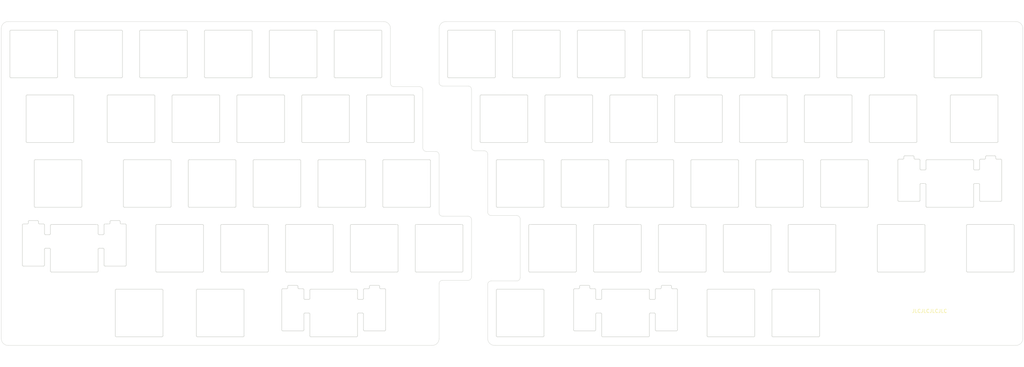
<source format=kicad_pcb>
(kicad_pcb (version 20221018) (generator pcbnew)
  (title_block (title "mfk60 Top Plate") (date "2024-01-13") (rev "1") (company "@niw"))
  (layers (0 "F.Cu" signal) (31 "B.Cu" signal) (34 "B.Paste" user) (35 "F.Paste" user) (36 "B.SilkS" user "B.Silkscreen") (37 "F.SilkS" user "F.Silkscreen") (38 "B.Mask" user) (39 "F.Mask" user) (44 "Edge.Cuts" user))
  (net 0 "")
  (footprint "Gateron_Low_Profile:Gateron_Low_Profile_Top_Plate" (layer "F.Cu") (at 239.3125 110.725))
  (footprint "Gateron_Low_Profile:Gateron_Low_Profile_Top_Plate" (layer "F.Cu") (at 196.45 72.625))
  (footprint "Gateron_Low_Profile:Gateron_Low_Profile_Top_Plate_Stabilizer_2U" (layer "F.Cu") (at 46.43125 91.675))
  (footprint "Gateron_Low_Profile:Gateron_Low_Profile_Top_Plate" (layer "F.Cu") (at 210.7375 53.575))
  (footprint "Gateron_Low_Profile:Gateron_Low_Profile_Top_Plate" (layer "F.Cu") (at 34.525 34.525))
  (footprint "Gateron_Low_Profile:Gateron_Low_Profile_Top_Plate" (layer "F.Cu") (at 182.1625 34.525))
  (footprint "Gateron_Low_Profile:Gateron_Low_Profile_Top_Plate_Stabilizer_2U" (layer "F.Cu") (at 303.60625 72.625))
  (footprint "Gateron_Low_Profile:Gateron_Low_Profile_Top_Plate" (layer "F.Cu") (at 186.925 91.675))
  (footprint "kikit:Tab" (layer "F.Cu") (at 191.6875 25 -90))
  (footprint "Gateron_Low_Profile:Gateron_Low_Profile_Top_Plate" (layer "F.Cu") (at 205.975 91.675))
  (footprint "Gateron_Low_Profile:Gateron_Low_Profile_Top_Plate" (layer "F.Cu") (at 72.625 34.525))
  (footprint "Gateron_Low_Profile:Gateron_Low_Profile_Top_Plate" (layer "F.Cu") (at 105.9625 72.625))
  (footprint "kikit:Tab" (layer "F.Cu") (at 63.1 120.25 90))
  (footprint "Gateron_Low_Profile:Gateron_Low_Profile_Top_Plate" (layer "F.Cu") (at 215.5 72.625))
  (footprint "Gateron_Low_Profile:Gateron_Low_Profile_Top_Plate" (layer "F.Cu") (at 129.775 34.525))
  (footprint "Gateron_Low_Profile:Gateron_Low_Profile_Top_Plate_Stabilizer_2U" (layer "F.Cu") (at 122.63125 110.725))
  (footprint "kikit:Tab" (layer "F.Cu") (at 125.0125 120.25 90))
  (footprint "Gateron_Low_Profile:Gateron_Low_Profile_Top_Plate" (layer "F.Cu") (at 248.8375 53.575))
  (footprint "kikit:Tab" (layer "F.Cu") (at 267.8875 120.25 90))
  (footprint "Gateron_Low_Profile:Gateron_Low_Profile_Top_Plate" (layer "F.Cu") (at 289.31875 91.675))
  (footprint "Gateron_Low_Profile:Gateron_Low_Profile_Top_Plate" (layer "F.Cu") (at 86.9125 72.625))
  (footprint "Gateron_Low_Profile:Gateron_Low_Profile_Top_Plate" (layer "F.Cu") (at 163.1125 34.525))
  (footprint "Gateron_Low_Profile:Gateron_Low_Profile_Top_Plate" (layer "F.Cu") (at 153.5875 91.675))
  (footprint "Gateron_Low_Profile:Gateron_Low_Profile_Top_Plate" (layer "F.Cu") (at 239.3125 34.525))
  (footprint "Gateron_Low_Profile:Gateron_Low_Profile_Top_Plate" (layer "F.Cu") (at 234.55 72.625))
  (footprint "Gateron_Low_Profile:Gateron_Low_Profile_Top_Plate" (layer "F.Cu") (at 63.1 53.575))
  (footprint "Gateron_Low_Profile:Gateron_Low_Profile_Top_Plate" (layer "F.Cu") (at 220.2625 34.525))
  (footprint "Gateron_Low_Profile:Gateron_Low_Profile_Top_Plate" (layer "F.Cu") (at 305.9875 34.525))
  (footprint "kikit:Tab" (layer "F.Cu") (at 191.6875 120.25 90))
  (footprint "Gateron_Low_Profile:Gateron_Low_Profile_Top_Plate" (layer "F.Cu") (at 286.9375 53.575))
  (footprint "Gateron_Low_Profile:Gateron_Low_Profile_Top_Plate" (layer "F.Cu") (at 225.025 91.675))
  (footprint "Gateron_Low_Profile:Gateron_Low_Profile_Top_Plate" (layer "F.Cu") (at 139.3 53.575))
  (footprint "Gateron_Low_Profile:Gateron_Low_Profile_Top_Plate" (layer "F.Cu") (at 125.0125 72.625))
  (footprint "kikit:Tab" (layer "F.Cu") (at 267.8875 25 -90))
  (footprint "Gateron_Low_Profile:Gateron_Low_Profile_Top_Plate" (layer "F.Cu") (at 244.075 91.675))
  (footprint "Gateron_Low_Profile:Gateron_Low_Profile_Top_Plate" (layer "F.Cu") (at 258.3625 110.725))
  (footprint "Gateron_Low_Profile:Gateron_Low_Profile_Top_Plate" (layer "F.Cu") (at 65.48125 110.725))
  (footprint "Gateron_Low_Profile:Gateron_Low_Profile_Top_Plate" (layer "F.Cu") (at 77.3875 91.675))
  (footprint "Gateron_Low_Profile:Gateron_Low_Profile_Top_Plate" (layer "F.Cu") (at 91.675 34.525))
  (footprint "Gateron_Low_Profile:Gateron_Low_Profile_Top_Plate" (layer "F.Cu") (at 229.7875 53.575))
  (footprint "Gateron_Low_Profile:Gateron_Low_Profile_Top_Plate" (layer "F.Cu") (at 134.5375 91.675))
  (footprint "Gateron_Low_Profile:Gateron_Low_Profile_Top_Plate" (layer "F.Cu") (at 120.25 53.575))
  (footprint "Gateron_Low_Profile:Gateron_Low_Profile_Top_Plate_Stabilizer_2U" (layer "F.Cu") (at 208.35625 110.725))
  (footprint "Gateron_Low_Profile:Gateron_Low_Profile_Top_Plate" (layer "F.Cu") (at 39.2875 53.575))
  (footprint "Gateron_Low_Profile:Gateron_Low_Profile_Top_Plate" (layer "F.Cu") (at 201.2125 34.525))
  (footprint "Gateron_Low_Profile:Gateron_Low_Profile_Top_Plate" (layer "F.Cu") (at 191.6875 53.575))
  (footprint "Gateron_Low_Profile:Gateron_Low_Profile_Top_Plate" (layer "F.Cu") (at 258.3625 34.525))
  (footprint "Gateron_Low_Profile:Gateron_Low_Profile_Top_Plate" (layer "F.Cu") (at 110.725 34.525))
  (footprint "Gateron_Low_Profile:Gateron_Low_Profile_Top_Plate" (layer "F.Cu") (at 144.0625 72.625))
  (footprint "Gateron_Low_Profile:Gateron_Low_Profile_Top_Plate" (layer "F.Cu") (at 177.4 72.625))
  (footprint "kikit:Tab" (layer "F.Cu") (at 63.1 25 -90))
  (footprint "Gateron_Low_Profile:Gateron_Low_Profile_Top_Plate" (layer "F.Cu") (at 277.4125 34.525))
  (footprint "Gateron_Low_Profile:Gateron_Low_Profile_Top_Plate" (layer "F.Cu") (at 310.75 53.575))
  (footprint "Gateron_Low_Profile:Gateron_Low_Profile_Top_Plate" (layer "F.Cu") (at 315.5125 91.675))
  (footprint "Gateron_Low_Profile:Gateron_Low_Profile_Top_Plate" (layer "F.Cu") (at 253.6 72.625))
  (footprint "Gateron_Low_Profile:Gateron_Low_Profile_Top_Plate" (layer "F.Cu") (at 172.6375 53.575))
  (footprint "Gateron_Low_Profile:Gateron_Low_Profile_Top_Plate" (layer "F.Cu") (at 89.29375 110.725))
  (footprint "Gateron_Low_Profile:Gateron_Low_Profile_Top_Plate" (layer "F.Cu") (at 96.4375 91.675))
  (footprint "Gateron_Low_Profile:Gateron_Low_Profile_Top_Plate" (layer "F.Cu") (at 177.4 110.725))
  (footprint "Gateron_Low_Profile:Gateron_Low_Profile_Top_Plate" (layer "F.Cu") (at 101.2 53.575))
  (footprint "Gateron_Low_Profile:Gateron_Low_Profile_Top_Plate" (layer "F.Cu") (at 263.125 91.675))
  (footprint "Gateron_Low_Profile:Gateron_Low_Profile_Top_Plate" (layer "F.Cu") (at 272.65 72.625))
  (footprint "Gateron_Low_Profile:Gateron_Low_Profile_Top_Plate" (layer "F.Cu") (at 53.575 34.525))
  (footprint "Gateron_Low_Profile:Gateron_Low_Profile_Top_Plate" (layer "F.Cu") (at 67.8625 72.625))
  (footprint "Gateron_Low_Profile:Gateron_Low_Profile_Top_Plate" (layer "F.Cu") (at 267.8875 53.575))
  (footprint "Gateron_Low_Profile:Gateron_Low_Profile_Top_Plate" (layer "F.Cu") (at 82.15 53.575))
  (footprint "Gateron_Low_Profile:Gateron_Low_Profile_Top_Plate" (layer "F.Cu") (at 41.66875 72.625))
  (footprint "Gateron_Low_Profile:Gateron_Low_Profile_Top_Plate" (layer "F.Cu") (at 115.4875 91.675))
  (footprint "MountingHole:MountingHole_2.2mm_M2" (layer "B.Cu") (at 188.115625 115.4875 180))
  (footprint "MountingHole:MountingHole_2.2mm_M2" (layer "B.Cu") (at 120.25 44.05 180))
  (footprint "MountingHole:MountingHole_2.2mm_M2" (layer "B.Cu") (at 270.26875 115.4875 180))
  (footprint "MountingHole:MountingHole_2.2mm_M2" (layer "B.Cu") (at 29.7625 115.4875 180))
  (footprint "MountingHole:MountingHole_2.2mm_M2" (layer "B.Cu") (at 172.6375 44.05 180))
  (footprint "MountingHole:MountingHole_2.2mm_M2" (layer "B.Cu") (at 320.275 44.05 180))
  (footprint "MountingHole:MountingHole_2.2mm_M2" (layer "B.Cu") (at 29.7625 44.05 180))
  (footprint "MountingHole:MountingHole_2.2mm_M2" (layer "B.Cu") (at 320.275 115.4875 180))
  (footprint "MountingHole:MountingHole_2.2mm_M2" (layer "B.Cu") (at 248.8375 44.05 180))
  (footprint "MountingHole:MountingHole_2.2mm_M2" (layer "B.Cu") (at 149.25 115.5 180))
  (gr_line (start 139.3 27) (end 139.3 43.15) (stroke (width 0.1)) (layer "Edge.Cuts"))
  (gr_line (start 166.875 63) (end 164.1125 63) (stroke (width 0.1)) (layer "Edge.Cuts"))
  (gr_line (start 163.1125 83.25) (end 163.1125 100.1) (stroke (width 0.1)) (layer "Edge.Cuts"))
  (gr_line (start 140.3 44.15) (end 147.825 44.15) (stroke (width 0.1)) (layer "Edge.Cuts"))
  (gr_arc (start 162.1125 82.25) (mid 162.819607 82.542893) (end 163.1125 83.25) (stroke (width 0.1)) (layer "Edge.Cuts"))
  (gr_line (start 162.1125 43.95) (end 154.5875 43.95) (stroke (width 0.1)) (layer "Edge.Cuts"))
  (gr_line (start 148.825 45.15) (end 148.825 62.2) (stroke (width 0.1)) (layer "Edge.Cuts"))
  (gr_line (start 163.1125 62) (end 163.1125 44.95) (stroke (width 0.1)) (layer "Edge.Cuts"))
  (gr_arc (start 162.1125 43.95) (mid 162.819607 44.242893) (end 163.1125 44.95) (stroke (width 0.1)) (layer "Edge.Cuts"))
  (gr_line (start 27 25) (end 137.3 25) (stroke (width 0.1)) (layer "Edge.Cuts"))
  (gr_line (start 149.825 63.2) (end 152.5875 63.2) (stroke (width 0.1)) (layer "Edge.Cuts"))
  (gr_arc (start 154.5875 43.95) (mid 153.880393 43.657107) (end 153.5875 42.95) (stroke (width 0.1)) (layer "Edge.Cuts"))
  (gr_line (start 154.5875 82.25) (end 162.1125 82.25) (stroke (width 0.1)) (layer "Edge.Cuts"))
  (gr_arc (start 25 27) (mid 25.585786 25.585786) (end 27 25) (stroke (width 0.1)) (layer "Edge.Cuts"))
  (gr_arc (start 325.0375 118.25) (mid 324.451714 119.664214) (end 323.0375 120.25) (stroke (width 0.1)) (layer "Edge.Cuts"))
  (gr_arc (start 164.1125 63) (mid 163.405393 62.707107) (end 163.1125 62) (stroke (width 0.1)) (layer "Edge.Cuts"))
  (gr_line (start 151.5875 120.25) (end 27 120.25) (stroke (width 0.1)) (layer "Edge.Cuts"))
  (gr_arc (start 154.5875 82.25) (mid 153.880393 81.957107) (end 153.5875 81.25) (stroke (width 0.1)) (layer "Edge.Cuts"))
  (gr_arc (start 168.875 82.05) (mid 168.167893 81.757107) (end 167.875 81.05) (stroke (width 0.1)) (layer "Edge.Cuts"))
  (gr_line (start 177.4 100.3) (end 177.4 83.05) (stroke (width 0.1)) (layer "Edge.Cuts"))
  (gr_line (start 153.5875 64.2) (end 153.5875 81.25) (stroke (width 0.1)) (layer "Edge.Cuts"))
  (gr_line (start 153.5875 102.1) (end 153.5875 118.25) (stroke (width 0.1)) (layer "Edge.Cuts"))
  (gr_arc (start 169.875 120.25) (mid 168.460786 119.664214) (end 167.875 118.25) (stroke (width 0.1)) (layer "Edge.Cuts"))
  (gr_arc (start 153.5875 27) (mid 154.173286 25.585786) (end 155.5875 25) (stroke (width 0.1)) (layer "Edge.Cuts"))
  (gr_line (start 167.875 118.25) (end 167.875 102.3) (stroke (width 0.1)) (layer "Edge.Cuts"))
  (gr_line (start 167.875 81.05) (end 167.875 64) (stroke (width 0.1)) (layer "Edge.Cuts"))
  (gr_arc (start 147.825 44.15) (mid 148.532107 44.442893) (end 148.825 45.15) (stroke (width 0.1)) (layer "Edge.Cuts"))
  (gr_arc (start 167.875 102.3) (mid 168.167893 101.592893) (end 168.875 101.3) (stroke (width 0.1)) (layer "Edge.Cuts"))
  (gr_line (start 155.5875 25) (end 323.0375 25) (stroke (width 0.1)) (layer "Edge.Cuts"))
  (gr_arc (start 149.825 63.2) (mid 149.117893 62.907107) (end 148.825 62.2) (stroke (width 0.1)) (layer "Edge.Cuts"))
  (gr_arc (start 153.5875 102.1) (mid 153.880393 101.392893) (end 154.5875 101.1) (stroke (width 0.1)) (layer "Edge.Cuts"))
  (gr_line (start 153.5875 42.95) (end 153.5875 27) (stroke (width 0.1)) (layer "Edge.Cuts"))
  (gr_arc (start 140.3 44.15) (mid 139.592893 43.857107) (end 139.3 43.15) (stroke (width 0.1)) (layer "Edge.Cuts"))
  (gr_arc (start 176.4 82.05) (mid 177.107107 82.342893) (end 177.4 83.05) (stroke (width 0.1)) (layer "Edge.Cuts"))
  (gr_arc (start 153.5875 118.25) (mid 153.001714 119.664214) (end 151.5875 120.25) (stroke (width 0.1)) (layer "Edge.Cuts"))
  (gr_line (start 168.875 101.3) (end 176.4 101.3) (stroke (width 0.1)) (layer "Edge.Cuts"))
  (gr_arc (start 27 120.25) (mid 25.585786 119.664214) (end 25 118.25) (stroke (width 0.1)) (layer "Edge.Cuts"))
  (gr_arc (start 163.1125 100.1) (mid 162.819607 100.807107) (end 162.1125 101.1) (stroke (width 0.1)) (layer "Edge.Cuts"))
  (gr_line (start 323.0375 120.25) (end 169.875 120.25) (stroke (width 0.1)) (layer "Edge.Cuts"))
  (gr_line (start 25 118.25) (end 25 27) (stroke (width 0.1)) (layer "Edge.Cuts"))
  (gr_arc (start 152.5875 63.2) (mid 153.294607 63.492893) (end 153.5875 64.2) (stroke (width 0.1)) (layer "Edge.Cuts"))
  (gr_line (start 325.0375 27) (end 325.0375 118.25) (stroke (width 0.1)) (layer "Edge.Cuts"))
  (gr_arc (start 323.0375 25) (mid 324.451714 25.585786) (end 325.0375 27) (stroke (width 0.1)) (layer "Edge.Cuts"))
  (gr_arc (start 177.4 100.3) (mid 177.107107 101.007107) (end 176.4 101.3) (stroke (width 0.1)) (layer "Edge.Cuts"))
  (gr_line (start 176.4 82.05) (end 168.875 82.05) (stroke (width 0.1)) (layer "Edge.Cuts"))
  (gr_arc (start 166.875 63) (mid 167.582107 63.292893) (end 167.875 64) (stroke (width 0.1)) (layer "Edge.Cuts"))
  (gr_line (start 162.1125 101.1) (end 154.5875 101.1) (stroke (width 0.1)) (layer "Edge.Cuts"))
  (gr_arc (start 137.3 25) (mid 138.714214 25.585786) (end 139.3 27) (stroke (width 0.1)) (layer "Edge.Cuts"))
  (gr_text "JLCJLCJLCJLC" (at 297.653125 110.725) (layer "F.SilkS") (effects (font (size 1 1)) (justify bottom)))
)
</source>
